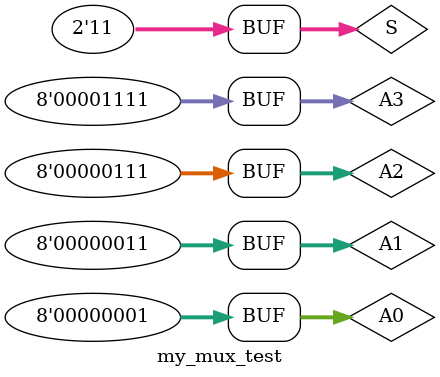
<source format=v>
`timescale 1ns / 1ps


module my_mux_test;

	// Inputs
	reg [7:0] A0;
	reg [7:0] A1;
	reg [7:0] A2;
	reg [7:0] A3;
	reg [1:0] S;

	// Outputs
	wire [7:0] Y;

	// Instantiate the Unit Under Test (UUT)
	my_mux uut (
		.A0(A0), 
		.A1(A1), 
		.A2(A2), 
		.A3(A3), 
		.S(S), 
		.Y(Y)
	);

	initial begin
		// Initialize Inputs
		A0 = 0;
		A1 = 0;
		A2 = 0;
		A3 = 0;
		S = 0;

		// Wait 100 ns for global reset to finish
	   S=2'b11;
		A0=8'b00000001;
		A1=8'b00000011;
		A2=8'b00000111;
		A3=8'b00001111;
      #100;
        
		// Add stimulus here

	end
	
	//always begin
	
	//#10 S =S+ 1'b1;
	
	//end
      
endmodule


</source>
